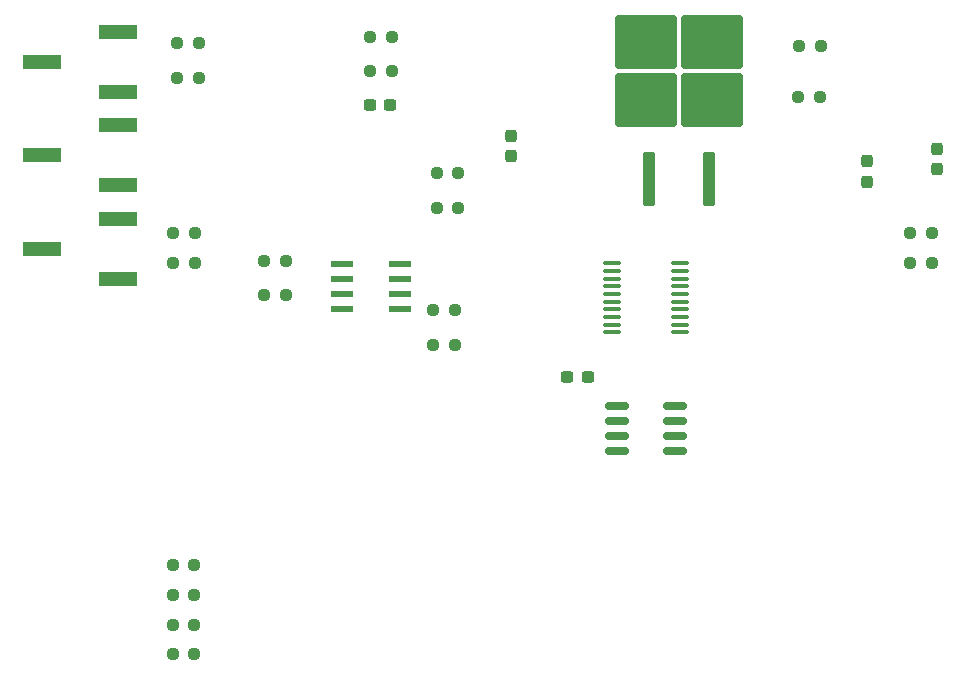
<source format=gbr>
%TF.GenerationSoftware,KiCad,Pcbnew,8.0.4*%
%TF.CreationDate,2024-12-24T16:07:24-06:00*%
%TF.ProjectId,opa548_revised,6f706135-3438-45f7-9265-76697365642e,rev?*%
%TF.SameCoordinates,Original*%
%TF.FileFunction,Paste,Top*%
%TF.FilePolarity,Positive*%
%FSLAX46Y46*%
G04 Gerber Fmt 4.6, Leading zero omitted, Abs format (unit mm)*
G04 Created by KiCad (PCBNEW 8.0.4) date 2024-12-24 16:07:24*
%MOMM*%
%LPD*%
G01*
G04 APERTURE LIST*
G04 Aperture macros list*
%AMRoundRect*
0 Rectangle with rounded corners*
0 $1 Rounding radius*
0 $2 $3 $4 $5 $6 $7 $8 $9 X,Y pos of 4 corners*
0 Add a 4 corners polygon primitive as box body*
4,1,4,$2,$3,$4,$5,$6,$7,$8,$9,$2,$3,0*
0 Add four circle primitives for the rounded corners*
1,1,$1+$1,$2,$3*
1,1,$1+$1,$4,$5*
1,1,$1+$1,$6,$7*
1,1,$1+$1,$8,$9*
0 Add four rect primitives between the rounded corners*
20,1,$1+$1,$2,$3,$4,$5,0*
20,1,$1+$1,$4,$5,$6,$7,0*
20,1,$1+$1,$6,$7,$8,$9,0*
20,1,$1+$1,$8,$9,$2,$3,0*%
G04 Aperture macros list end*
%ADD10RoundRect,0.250000X2.375000X-2.025000X2.375000X2.025000X-2.375000X2.025000X-2.375000X-2.025000X0*%
%ADD11RoundRect,0.275000X0.275000X-2.025000X0.275000X2.025000X-0.275000X2.025000X-0.275000X-2.025000X0*%
%ADD12RoundRect,0.150000X-0.825000X-0.150000X0.825000X-0.150000X0.825000X0.150000X-0.825000X0.150000X0*%
%ADD13RoundRect,0.100000X-0.637500X-0.100000X0.637500X-0.100000X0.637500X0.100000X-0.637500X0.100000X0*%
%ADD14R,1.981200X0.558800*%
%ADD15R,3.300000X1.190000*%
%ADD16RoundRect,0.237500X0.250000X0.237500X-0.250000X0.237500X-0.250000X-0.237500X0.250000X-0.237500X0*%
%ADD17RoundRect,0.237500X-0.250000X-0.237500X0.250000X-0.237500X0.250000X0.237500X-0.250000X0.237500X0*%
%ADD18RoundRect,0.237500X-0.300000X-0.237500X0.300000X-0.237500X0.300000X0.237500X-0.300000X0.237500X0*%
%ADD19RoundRect,0.237500X0.237500X-0.300000X0.237500X0.300000X-0.237500X0.300000X-0.237500X-0.300000X0*%
G04 APERTURE END LIST*
D10*
%TO.C,R8*%
X106425000Y-39525000D03*
X111975000Y-39525000D03*
X106425000Y-34675000D03*
X111975000Y-34675000D03*
D11*
X106660000Y-46250000D03*
X111740000Y-46250000D03*
%TD*%
D12*
%TO.C,U5*%
X103925000Y-65495000D03*
X103925000Y-66765000D03*
X103925000Y-68035000D03*
X103925000Y-69305000D03*
X108875000Y-69305000D03*
X108875000Y-68035000D03*
X108875000Y-66765000D03*
X108875000Y-65495000D03*
%TD*%
D13*
%TO.C,U4*%
X103537500Y-53375000D03*
X103537500Y-54025000D03*
X103537500Y-54675000D03*
X103537500Y-55325000D03*
X103537500Y-55975000D03*
X103537500Y-56625000D03*
X103537500Y-57275000D03*
X103537500Y-57925000D03*
X103537500Y-58575000D03*
X103537500Y-59225000D03*
X109262500Y-59225000D03*
X109262500Y-58575000D03*
X109262500Y-57925000D03*
X109262500Y-57275000D03*
X109262500Y-56625000D03*
X109262500Y-55975000D03*
X109262500Y-55325000D03*
X109262500Y-54675000D03*
X109262500Y-54025000D03*
X109262500Y-53375000D03*
%TD*%
D14*
%TO.C,U3*%
X85600000Y-53460000D03*
X85600000Y-54730000D03*
X85600000Y-56000000D03*
X85600000Y-57270000D03*
X80672400Y-57270000D03*
X80672400Y-56000000D03*
X80672400Y-54730000D03*
X80672400Y-53460000D03*
%TD*%
D15*
%TO.C,RV3*%
X61700000Y-49660000D03*
X55300000Y-52200000D03*
X61700000Y-54740000D03*
%TD*%
%TO.C,RV2*%
X61700000Y-41710000D03*
X55300000Y-44250000D03*
X61700000Y-46790000D03*
%TD*%
%TO.C,RV1*%
X61700000Y-33760000D03*
X55300000Y-36300000D03*
X61700000Y-38840000D03*
%TD*%
D16*
%TO.C,R23*%
X68144823Y-78950000D03*
X66319823Y-78950000D03*
%TD*%
%TO.C,R22*%
X68144823Y-81460000D03*
X66319823Y-81460000D03*
%TD*%
%TO.C,R21*%
X68144823Y-83970000D03*
X66319823Y-83970000D03*
%TD*%
%TO.C,R20*%
X68144823Y-86480000D03*
X66319823Y-86480000D03*
%TD*%
D17*
%TO.C,R19*%
X74075000Y-56060000D03*
X75900000Y-56060000D03*
%TD*%
%TO.C,R18*%
X74075000Y-53160000D03*
X75900000Y-53160000D03*
%TD*%
%TO.C,R17*%
X66387500Y-53310000D03*
X68212500Y-53310000D03*
%TD*%
%TO.C,R16*%
X66387500Y-50800000D03*
X68212500Y-50800000D03*
%TD*%
%TO.C,R15*%
X128787500Y-53310000D03*
X130612500Y-53310000D03*
%TD*%
%TO.C,R14*%
X128787500Y-50800000D03*
X130612500Y-50800000D03*
%TD*%
%TO.C,R11*%
X119287500Y-39300000D03*
X121112500Y-39300000D03*
%TD*%
%TO.C,R10*%
X119387500Y-35000000D03*
X121212500Y-35000000D03*
%TD*%
%TO.C,R9*%
X83063000Y-37100000D03*
X84888000Y-37100000D03*
%TD*%
%TO.C,R7*%
X88663000Y-48700000D03*
X90488000Y-48700000D03*
%TD*%
%TO.C,R6*%
X88675500Y-45700000D03*
X90500500Y-45700000D03*
%TD*%
%TO.C,R5*%
X83063000Y-34200000D03*
X84888000Y-34200000D03*
%TD*%
%TO.C,R4*%
X88375000Y-60260000D03*
X90200000Y-60260000D03*
%TD*%
%TO.C,R3*%
X66687500Y-34700000D03*
X68512500Y-34700000D03*
%TD*%
%TO.C,R2*%
X66700000Y-37700000D03*
X68525000Y-37700000D03*
%TD*%
D16*
%TO.C,R1*%
X90200000Y-57360000D03*
X88375000Y-57360000D03*
%TD*%
D18*
%TO.C,C10*%
X99737500Y-63000000D03*
X101462500Y-63000000D03*
%TD*%
D19*
%TO.C,C5*%
X125100000Y-46462500D03*
X125100000Y-44737500D03*
%TD*%
%TO.C,C4*%
X131000000Y-45425000D03*
X131000000Y-43700000D03*
%TD*%
D18*
%TO.C,C2*%
X83037500Y-40000000D03*
X84762500Y-40000000D03*
%TD*%
D19*
%TO.C,C1*%
X95000000Y-44312500D03*
X95000000Y-42587500D03*
%TD*%
M02*

</source>
